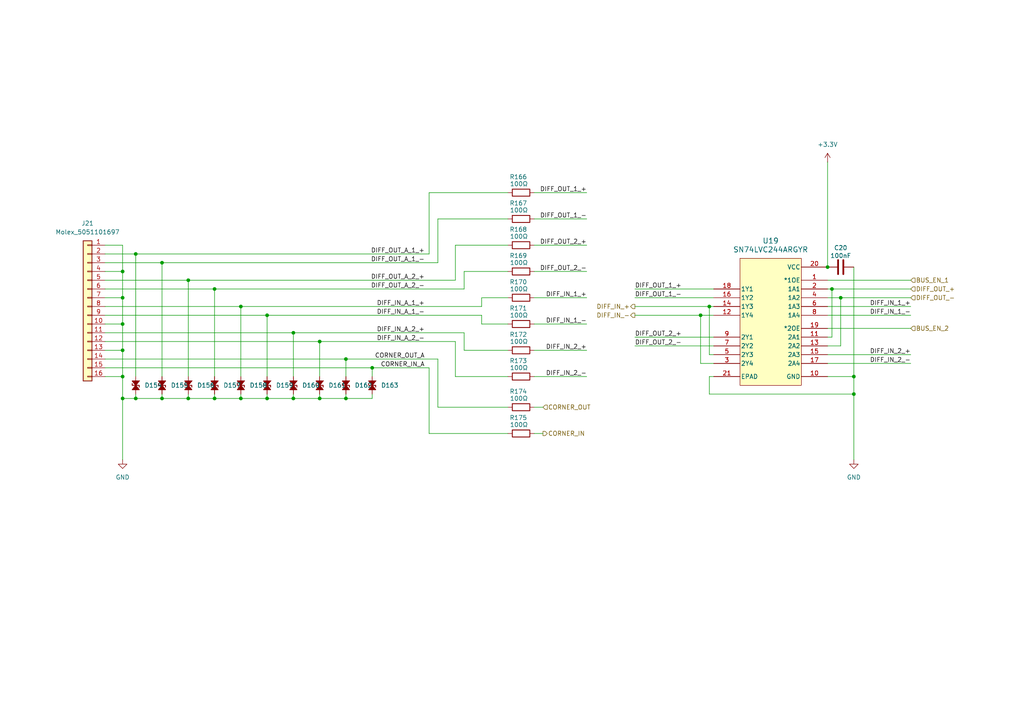
<source format=kicad_sch>
(kicad_sch (version 20250114) (generator "eeschema") (generator_version "9.0")
  (paper "A4")
  (title_block (title "Outer Panel Connector") (date "2025-08-04") (rev "REV A") (company "TamperSec") (comment 1 "Justin Newkirk"))
  (lib_symbols
    (symbol "Connector_Generic:Conn_01x16" (pin_names (offset 1.016) (hide yes))
      (property "Reference" "J" (at 0 20.32 0))
      (property "Value" "Conn_01x16" (at 0 -22.86 0))
      (symbol "Conn_01x16_1_1"
        (rectangle (start -1.27 19.05) (end 1.27 -21.59) (stroke (width 0.254)) (fill (type background)))
        (rectangle (start -1.27 17.907) (end 0 17.653) (stroke (width 0.1524)))
        (rectangle (start -1.27 15.367) (end 0 15.113) (stroke (width 0.1524)))
        (rectangle (start -1.27 12.827) (end 0 12.573) (stroke (width 0.1524)))
        (rectangle (start -1.27 10.287) (end 0 10.033) (stroke (width 0.1524)))
        (rectangle (start -1.27 7.747) (end 0 7.493) (stroke (width 0.1524)))
        (rectangle (start -1.27 5.207) (end 0 4.953) (stroke (width 0.1524)))
        (rectangle (start -1.27 2.667) (end 0 2.413) (stroke (width 0.1524)))
        (rectangle (start -1.27 0.127) (end 0 -0.127) (stroke (width 0.1524)))
        (rectangle (start -1.27 -2.413) (end 0 -2.667) (stroke (width 0.1524)))
        (rectangle (start -1.27 -4.953) (end 0 -5.207) (stroke (width 0.1524)))
        (rectangle (start -1.27 -7.493) (end 0 -7.747) (stroke (width 0.1524)))
        (rectangle (start -1.27 -10.033) (end 0 -10.287) (stroke (width 0.1524)))
        (rectangle (start -1.27 -12.573) (end 0 -12.827) (stroke (width 0.1524)))
        (rectangle (start -1.27 -15.113) (end 0 -15.367) (stroke (width 0.1524)))
        (rectangle (start -1.27 -17.653) (end 0 -17.907) (stroke (width 0.1524)))
        (rectangle (start -1.27 -20.193) (end 0 -20.447) (stroke (width 0.1524)))
        (pin passive line (at -5.08 17.78 0) (length 3.81) (name "Pin_1") (number "1"))
        (pin passive line (at -5.08 15.24 0) (length 3.81) (name "Pin_2") (number "2"))
        (pin passive line (at -5.08 12.7 0) (length 3.81) (name "Pin_3") (number "3"))
        (pin passive line (at -5.08 10.16 0) (length 3.81) (name "Pin_4") (number "4"))
        (pin passive line (at -5.08 7.62 0) (length 3.81) (name "Pin_5") (number "5"))
        (pin passive line (at -5.08 5.08 0) (length 3.81) (name "Pin_6") (number "6"))
        (pin passive line (at -5.08 2.54 0) (length 3.81) (name "Pin_7") (number "7"))
        (pin passive line (at -5.08 0 0) (length 3.81) (name "Pin_8") (number "8"))
        (pin passive line (at -5.08 -2.54 0) (length 3.81) (name "Pin_9") (number "9"))
        (pin passive line (at -5.08 -5.08 0) (length 3.81) (name "Pin_10") (number "10"))
        (pin passive line (at -5.08 -7.62 0) (length 3.81) (name "Pin_11") (number "11"))
        (pin passive line (at -5.08 -10.16 0) (length 3.81) (name "Pin_12") (number "12"))
        (pin passive line (at -5.08 -12.7 0) (length 3.81) (name "Pin_13") (number "13"))
        (pin passive line (at -5.08 -15.24 0) (length 3.81) (name "Pin_14") (number "14"))
        (pin passive line (at -5.08 -17.78 0) (length 3.81) (name "Pin_15") (number "15"))
        (pin passive line (at -5.08 -20.32 0) (length 3.81) (name "Pin_16") (number "16"))
      )
    )
    (symbol "Device:C" (pin_numbers (hide yes)) (pin_names (offset 0.254))
      (property "Reference" "C" (at 0.635 2.54 0))
      (property "Value" "C" (at 0.635 -2.54 0))
      (symbol "C_0_1"
        (polyline (pts (xy -2.032 0.762) (xy 2.032 0.762)) (stroke (width 0.508)))
        (polyline (pts (xy -2.032 -0.762) (xy 2.032 -0.762)) (stroke (width 0.508)))
      )
      (symbol "C_1_1"
        (pin passive line (at 0 3.81 270) (length 2.794) (name "~") (number "1"))
        (pin passive line (at 0 -3.81 90) (length 2.794) (name "~") (number "2"))
      )
    )
    (symbol "Device:D_TVS_Small_Filled" (pin_numbers (hide yes)) (pin_names (offset 1.016) (hide yes))
      (property "Reference" "D" (at 0 2.54 0))
      (property "Value" "D_TVS_Small_Filled" (at 0 -2.54 0))
      (symbol "D_TVS_Small_Filled_0_1"
        (polyline (pts (xy -1.27 0) (xy 1.27 0)))
        (polyline (pts (xy 0.508 1.016) (xy 0 1.016) (xy 0 -1.016) (xy -0.508 -1.016)) (stroke (width 0.254)))
      )
      (symbol "D_TVS_Small_Filled_1_1"
        (polyline (pts (xy -1.27 1.016) (xy -1.27 -1.016) (xy 0 0) (xy -1.27 1.016)) (stroke (width 0.254)) (fill (type outline)))
        (polyline (pts (xy 0 0) (xy 1.27 1.016) (xy 1.27 -1.016) (xy 0 0)) (stroke (width 0.254)) (fill (type outline)))
        (pin passive line (at -2.54 0 0) (length 1.27) (name "A1") (number "1"))
        (pin passive line (at 2.54 0 180) (length 1.27) (name "A2") (number "2"))
      )
    )
    (symbol "Device:R" (pin_numbers (hide yes)) (pin_names (offset 0))
      (property "Reference" "R" (at 2.032 0 90))
      (property "Value" "R" (at 0 0 90))
      (symbol "R_0_1"
        (rectangle (start -1.016 -2.54) (end 1.016 2.54) (stroke (width 0.254)))
      )
      (symbol "R_1_1"
        (pin passive line (at 0 3.81 270) (length 1.27) (name "~") (number "1"))
        (pin passive line (at 0 -3.81 90) (length 1.27) (name "~") (number "2"))
      )
    )
    (symbol "SN74LVC244ARGYR:SN74LVC244ARGYR" (pin_names (offset 0.254))
      (property "Reference" "U" (at 16.002 9.652 0))
      (property "Value" "SN74LVC244ARGYR" (at 16.002 7.112 0))
      (symbol "SN74LVC244ARGYR_0_1"
        (pin output line (at 0 -6.35 0) (length 7.62) (name "1Y2") (number "16"))
        (pin output line (at 0 -8.89 0) (length 7.62) (name "1Y3") (number "14"))
        (pin output line (at 0 -11.43 0) (length 7.62) (name "1Y4") (number "12"))
        (pin output line (at 0 -17.78 0) (length 7.62) (name "2Y1") (number "9"))
        (pin output line (at 0 -20.32 0) (length 7.62) (name "2Y2") (number "7"))
        (pin output line (at 0 -22.86 0) (length 7.62) (name "2Y3") (number "5"))
        (pin output line (at 0 -25.4 0) (length 7.62) (name "2Y4") (number "3"))
        (pin unspecified line (at 0 -29.21 0) (length 7.62) (name "EPAD") (number "21"))
        (pin power_in line (at 33.02 2.54 180) (length 7.62) (name "VCC") (number "20"))
        (pin input line (at 33.02 -1.27 180) (length 7.62) (name "*1OE") (number "1"))
        (pin input line (at 33.02 -3.81 180) (length 7.62) (name "1A1") (number "2"))
        (pin input line (at 33.02 -6.35 180) (length 7.62) (name "1A2") (number "4"))
        (pin input line (at 33.02 -8.89 180) (length 7.62) (name "1A3") (number "6"))
        (pin input line (at 33.02 -11.43 180) (length 7.62) (name "1A4") (number "8"))
        (pin input line (at 33.02 -15.24 180) (length 7.62) (name "*2OE") (number "19"))
        (pin input line (at 33.02 -17.78 180) (length 7.62) (name "2A1") (number "11"))
        (pin input line (at 33.02 -20.32 180) (length 7.62) (name "2A2") (number "13"))
        (pin input line (at 33.02 -22.86 180) (length 7.62) (name "2A3") (number "15"))
        (pin input line (at 33.02 -25.4 180) (length 7.62) (name "2A4") (number "17"))
        (pin power_in line (at 33.02 -29.21 180) (length 7.62) (name "GND") (number "10"))
      )
      (symbol "SN74LVC244ARGYR_1_1"
        (rectangle (start 7.62 5.08) (end 25.4 -31.75) (fill (type background)))
        (pin output line (at 0 -3.81 0) (length 7.62) (name "1Y1") (number "18"))
      )
    )
    (symbol "power:+3.3V" (power) (pin_numbers (hide yes)) (pin_names (offset 0) (hide yes))
      (property "Value" "+3.3V" (at 0 3.556 0))
      (symbol "+3.3V_0_1"
        (polyline (pts (xy -0.762 1.27) (xy 0 2.54)))
        (polyline (pts (xy 0 2.54) (xy 0.762 1.27)))
        (polyline (pts (xy 0 0) (xy 0 2.54)))
      )
      (symbol "+3.3V_1_1"
        (pin power_in line (at 0 0 90) (length 0) (name "~") (number "1"))
      )
    )
    (symbol "power:GND" (power) (pin_numbers (hide yes)) (pin_names (offset 0) (hide yes))
      (property "Value" "GND" (at 0 -3.81 0))
      (symbol "GND_0_1"
        (polyline (pts (xy 0 0) (xy 0 -1.27) (xy 1.27 -1.27) (xy 0 -2.54) (xy -1.27 -1.27) (xy 0 -1.27)))
      )
      (symbol "GND_1_1"
        (pin power_in line (at 0 0 270) (length 0) (name "~") (number "1"))
      )
    )
  )
  (junction (at 85.09 96.52))
  (junction (at 247.65 114.3))
  (junction (at 35.56 101.6))
  (junction (at 39.37 115.57))
  (junction (at 92.71 115.57))
  (junction (at 107.95 106.68))
  (junction (at 35.56 78.74))
  (junction (at 69.85 88.9))
  (junction (at 35.56 93.98))
  (junction (at 77.47 91.44))
  (junction (at 100.33 115.57))
  (junction (at 243.84 86.36))
  (junction (at 85.09 115.57))
  (junction (at 240.03 77.47))
  (junction (at 92.71 99.06))
  (junction (at 62.23 83.82))
  (junction (at 77.47 115.57))
  (junction (at 247.65 109.22))
  (junction (at 62.23 115.57))
  (junction (at 35.56 86.36))
  (junction (at 54.61 81.28))
  (junction (at 46.99 115.57))
  (junction (at 35.56 115.57))
  (junction (at 203.2 91.44))
  (junction (at 35.56 109.22))
  (junction (at 241.3 83.82))
  (junction (at 54.61 115.57))
  (junction (at 39.37 73.66))
  (junction (at 46.99 76.2))
  (junction (at 69.85 115.57))
  (junction (at 205.74 88.9))
  (junction (at 100.33 104.14))
  (wire (pts (xy 205.74 88.9) (xy 207.01 88.9)))
  (wire (pts (xy 77.47 115.57) (xy 77.47 114.3)))
  (wire (pts (xy 35.56 78.74) (xy 35.56 86.36)))
  (wire (pts (xy 243.84 86.36) (xy 264.16 86.36)))
  (wire (pts (xy 100.33 104.14) (xy 127 104.14)))
  (wire (pts (xy 77.47 91.44) (xy 77.47 109.22)))
  (wire (pts (xy 205.74 114.3) (xy 247.65 114.3)))
  (wire (pts (xy 134.62 83.82) (xy 134.62 78.74)))
  (wire (pts (xy 139.7 91.44) (xy 139.7 93.98)))
  (wire (pts (xy 35.56 93.98) (xy 35.56 101.6)))
  (wire (pts (xy 100.33 115.57) (xy 100.33 114.3)))
  (wire (pts (xy 127 104.14) (xy 127 118.11)))
  (wire (pts (xy 30.48 101.6) (xy 35.56 101.6)))
  (wire (pts (xy 54.61 81.28) (xy 132.08 81.28)))
  (wire (pts (xy 205.74 109.22) (xy 205.74 114.3)))
  (wire (pts (xy 134.62 101.6) (xy 147.32 101.6)))
  (wire (pts (xy 170.18 101.6) (xy 154.94 101.6)))
  (wire (pts (xy 240.03 109.22) (xy 247.65 109.22)))
  (wire (pts (xy 39.37 115.57) (xy 46.99 115.57)))
  (wire (pts (xy 132.08 109.22) (xy 147.32 109.22)))
  (wire (pts (xy 170.18 55.88) (xy 154.94 55.88)))
  (wire (pts (xy 39.37 73.66) (xy 124.46 73.66)))
  (wire (pts (xy 35.56 71.12) (xy 35.56 78.74)))
  (wire (pts (xy 184.15 83.82) (xy 207.01 83.82)))
  (wire (pts (xy 184.15 86.36) (xy 207.01 86.36)))
  (wire (pts (xy 92.71 115.57) (xy 92.71 114.3)))
  (wire (pts (xy 139.7 93.98) (xy 147.32 93.98)))
  (wire (pts (xy 69.85 88.9) (xy 69.85 109.22)))
  (wire (pts (xy 203.2 91.44) (xy 207.01 91.44)))
  (wire (pts (xy 184.15 100.33) (xy 207.01 100.33)))
  (wire (pts (xy 139.7 88.9) (xy 139.7 86.36)))
  (wire (pts (xy 30.48 76.2) (xy 46.99 76.2)))
  (wire (pts (xy 205.74 102.87) (xy 207.01 102.87)))
  (wire (pts (xy 170.18 109.22) (xy 154.94 109.22)))
  (wire (pts (xy 243.84 86.36) (xy 243.84 100.33)))
  (wire (pts (xy 124.46 106.68) (xy 124.46 125.73)))
  (wire (pts (xy 170.18 86.36) (xy 154.94 86.36)))
  (wire (pts (xy 39.37 73.66) (xy 39.37 109.22)))
  (wire (pts (xy 54.61 81.28) (xy 54.61 109.22)))
  (wire (pts (xy 35.56 109.22) (xy 35.56 115.57)))
  (wire (pts (xy 170.18 78.74) (xy 154.94 78.74)))
  (wire (pts (xy 107.95 106.68) (xy 107.95 109.22)))
  (wire (pts (xy 35.56 86.36) (xy 35.56 93.98)))
  (wire (pts (xy 30.48 78.74) (xy 35.56 78.74)))
  (wire (pts (xy 240.03 97.79) (xy 241.3 97.79)))
  (wire (pts (xy 92.71 99.06) (xy 92.71 109.22)))
  (wire (pts (xy 157.48 118.11) (xy 154.94 118.11)))
  (wire (pts (xy 35.56 115.57) (xy 35.56 133.35)))
  (wire (pts (xy 30.48 109.22) (xy 35.56 109.22)))
  (wire (pts (xy 241.3 83.82) (xy 264.16 83.82)))
  (wire (pts (xy 77.47 115.57) (xy 85.09 115.57)))
  (wire (pts (xy 127 118.11) (xy 147.32 118.11)))
  (wire (pts (xy 124.46 73.66) (xy 124.46 55.88)))
  (wire (pts (xy 46.99 76.2) (xy 127 76.2)))
  (wire (pts (xy 54.61 115.57) (xy 54.61 114.3)))
  (wire (pts (xy 69.85 88.9) (xy 139.7 88.9)))
  (wire (pts (xy 30.48 88.9) (xy 69.85 88.9)))
  (wire (pts (xy 54.61 115.57) (xy 62.23 115.57)))
  (wire (pts (xy 77.47 91.44) (xy 139.7 91.44)))
  (wire (pts (xy 240.03 100.33) (xy 243.84 100.33)))
  (wire (pts (xy 124.46 125.73) (xy 147.32 125.73)))
  (wire (pts (xy 134.62 96.52) (xy 134.62 101.6)))
  (wire (pts (xy 107.95 106.68) (xy 124.46 106.68)))
  (wire (pts (xy 107.95 115.57) (xy 107.95 114.3)))
  (wire (pts (xy 240.03 95.25) (xy 264.16 95.25)))
  (wire (pts (xy 92.71 99.06) (xy 132.08 99.06)))
  (wire (pts (xy 241.3 83.82) (xy 241.3 97.79)))
  (wire (pts (xy 30.48 93.98) (xy 35.56 93.98)))
  (wire (pts (xy 247.65 77.47) (xy 247.65 109.22)))
  (wire (pts (xy 46.99 115.57) (xy 54.61 115.57)))
  (wire (pts (xy 240.03 102.87) (xy 264.16 102.87)))
  (wire (pts (xy 30.48 83.82) (xy 62.23 83.82)))
  (wire (pts (xy 100.33 104.14) (xy 100.33 109.22)))
  (wire (pts (xy 46.99 115.57) (xy 46.99 114.3)))
  (wire (pts (xy 240.03 46.99) (xy 240.03 77.47)))
  (wire (pts (xy 247.65 109.22) (xy 247.65 114.3)))
  (wire (pts (xy 240.03 88.9) (xy 264.16 88.9)))
  (wire (pts (xy 170.18 93.98) (xy 154.94 93.98)))
  (wire (pts (xy 205.74 88.9) (xy 205.74 102.87)))
  (wire (pts (xy 184.15 91.44) (xy 203.2 91.44)))
  (wire (pts (xy 62.23 83.82) (xy 62.23 109.22)))
  (wire (pts (xy 127 63.5) (xy 147.32 63.5)))
  (wire (pts (xy 170.18 71.12) (xy 154.94 71.12)))
  (wire (pts (xy 35.56 101.6) (xy 35.56 109.22)))
  (wire (pts (xy 69.85 115.57) (xy 77.47 115.57)))
  (wire (pts (xy 240.03 86.36) (xy 243.84 86.36)))
  (wire (pts (xy 184.15 88.9) (xy 205.74 88.9)))
  (wire (pts (xy 85.09 96.52) (xy 134.62 96.52)))
  (wire (pts (xy 30.48 71.12) (xy 35.56 71.12)))
  (wire (pts (xy 132.08 99.06) (xy 132.08 109.22)))
  (wire (pts (xy 203.2 105.41) (xy 207.01 105.41)))
  (wire (pts (xy 139.7 86.36) (xy 147.32 86.36)))
  (wire (pts (xy 240.03 81.28) (xy 264.16 81.28)))
  (wire (pts (xy 240.03 105.41) (xy 264.16 105.41)))
  (wire (pts (xy 240.03 83.82) (xy 241.3 83.82)))
  (wire (pts (xy 62.23 115.57) (xy 69.85 115.57)))
  (wire (pts (xy 62.23 115.57) (xy 62.23 114.3)))
  (wire (pts (xy 30.48 86.36) (xy 35.56 86.36)))
  (wire (pts (xy 30.48 104.14) (xy 100.33 104.14)))
  (wire (pts (xy 62.23 83.82) (xy 134.62 83.82)))
  (wire (pts (xy 124.46 55.88) (xy 147.32 55.88)))
  (wire (pts (xy 100.33 115.57) (xy 107.95 115.57)))
  (wire (pts (xy 30.48 99.06) (xy 92.71 99.06)))
  (wire (pts (xy 30.48 106.68) (xy 107.95 106.68)))
  (wire (pts (xy 39.37 115.57) (xy 39.37 114.3)))
  (wire (pts (xy 127 76.2) (xy 127 63.5)))
  (wire (pts (xy 46.99 76.2) (xy 46.99 109.22)))
  (wire (pts (xy 132.08 81.28) (xy 132.08 71.12)))
  (wire (pts (xy 207.01 109.22) (xy 205.74 109.22)))
  (wire (pts (xy 30.48 81.28) (xy 54.61 81.28)))
  (wire (pts (xy 170.18 63.5) (xy 154.94 63.5)))
  (wire (pts (xy 30.48 96.52) (xy 85.09 96.52)))
  (wire (pts (xy 85.09 115.57) (xy 92.71 115.57)))
  (wire (pts (xy 30.48 73.66) (xy 39.37 73.66)))
  (wire (pts (xy 203.2 91.44) (xy 203.2 105.41)))
  (wire (pts (xy 30.48 91.44) (xy 77.47 91.44)))
  (wire (pts (xy 154.94 125.73) (xy 157.48 125.73)))
  (wire (pts (xy 132.08 71.12) (xy 147.32 71.12)))
  (wire (pts (xy 240.03 91.44) (xy 264.16 91.44)))
  (wire (pts (xy 134.62 78.74) (xy 147.32 78.74)))
  (wire (pts (xy 85.09 115.57) (xy 85.09 114.3)))
  (wire (pts (xy 69.85 115.57) (xy 69.85 114.3)))
  (wire (pts (xy 35.56 115.57) (xy 39.37 115.57)))
  (wire (pts (xy 92.71 115.57) (xy 100.33 115.57)))
  (wire (pts (xy 247.65 114.3) (xy 247.65 133.35)))
  (wire (pts (xy 85.09 96.52) (xy 85.09 109.22)))
  (wire (pts (xy 184.15 97.79) (xy 207.01 97.79)))
  (label "DIFF_IN_A_2_-" (at 123.19 99.06 180))
  (label "DIFF_OUT_2_-" (at 184.15 100.33 0))
  (label "DIFF_OUT_A_2_-" (at 123.19 83.82 180))
  (label "CORNER_OUT_A" (at 123.19 104.14 180))
  (label "DIFF_OUT_1_-" (at 170.18 63.5 180))
  (label "DIFF_OUT_1_-" (at 184.15 86.36 0))
  (label "DIFF_OUT_A_1_-" (at 123.19 76.2 180))
  (label "DIFF_IN_1_-" (at 264.16 91.44 180))
  (label "DIFF_OUT_2_+" (at 184.15 97.79 0))
  (label "DIFF_IN_A_1_-" (at 123.19 91.44 180))
  (label "DIFF_IN_2_+" (at 264.16 102.87 180))
  (label "DIFF_OUT_1_+" (at 170.18 55.88 180))
  (label "DIFF_IN_2_-" (at 264.16 105.41 180))
  (label "DIFF_OUT_A_2_+" (at 123.19 81.28 180))
  (label "DIFF_IN_1_+" (at 170.18 86.36 180))
  (label "DIFF_IN_A_2_+" (at 123.19 96.52 180))
  (label "DIFF_OUT_2_-" (at 170.18 78.74 180))
  (label "DIFF_IN_2_+" (at 170.18 101.6 180))
  (label "DIFF_IN_1_+" (at 264.16 88.9 180))
  (label "DIFF_IN_A_1_+" (at 123.19 88.9 180))
  (label "CORNER_IN_A" (at 123.19 106.68 180))
  (label "DIFF_OUT_A_1_+" (at 123.19 73.66 180))
  (label "DIFF_IN_1_-" (at 170.18 93.98 180))
  (label "DIFF_OUT_1_+" (at 184.15 83.82 0))
  (label "DIFF_IN_2_-" (at 170.18 109.22 180))
  (label "DIFF_OUT_2_+" (at 170.18 71.12 180))
  (hierarchical_label "DIFF_IN_-" (shape output) (at 184.15 91.44 180))
  (hierarchical_label "DIFF_IN_+" (shape output) (at 184.15 88.9 180))
  (hierarchical_label "DIFF_OUT_+" (shape input) (at 264.16 83.82 0))
  (hierarchical_label "CORNER_OUT" (shape input) (at 157.48 118.11 0))
  (hierarchical_label "DIFF_OUT_-" (shape input) (at 264.16 86.36 0))
  (hierarchical_label "BUS_EN_1" (shape input) (at 264.16 81.28 0))
  (hierarchical_label "CORNER_IN" (shape output) (at 157.48 125.73 0))
  (hierarchical_label "BUS_EN_2" (shape input) (at 264.16 95.25 0))
  (symbol (lib_id "Device:R") (at 151.13 109.22 90) (unit 1)
    (property "Reference" "R39" (at 152.908 104.648 90) (effects (justify left)))
    (property "Value" "100Ω" (at 153.162 106.68 90) (effects (justify left)))
    (property "Footprint" "Resistor_SMD:R_0201_0603Metric" (effects (hide yes)))
    (property "Datasheet" "https://jlcpcb.com/api/file/downloadByFileSystemAccessId/8589784670620848128" (effects (hide yes)))
    (property "Description" "Resistor" (effects (hide yes)))
    (property "JLCPCB Part #" "C270366" (effects (hide yes)))
    (property "Manufacturer Part #" "0201WMF1000TEE" (effects (hide yes)))
    (property "Status" "Extended" (effects (hide yes)))
    (instances (project "cerberus" (path "" (reference "R173") (unit 1)) (path "" (reference "R131") (unit 1)) (path "" (reference "R39") (unit 1)) (path "" (reference "R105") (unit 1)) (path "" (reference "R69") (unit 1)) (path "" (reference "R57") (unit 1))))
  )
  (symbol (lib_id "Device:R") (at 151.13 55.88 90) (unit 1)
    (property "Reference" "R30" (at 152.908 51.308 90) (effects (justify left)))
    (property "Value" "100Ω" (at 153.162 53.34 90) (effects (justify left)))
    (property "Footprint" "Resistor_SMD:R_0201_0603Metric" (effects (hide yes)))
    (property "Datasheet" "https://jlcpcb.com/api/file/downloadByFileSystemAccessId/8589784670620848128" (effects (hide yes)))
    (property "Description" "Resistor" (effects (hide yes)))
    (property "JLCPCB Part #" "C270366" (effects (hide yes)))
    (property "Manufacturer Part #" "0201WMF1000TEE" (effects (hide yes)))
    (property "Status" "Extended" (effects (hide yes)))
    (instances (project "cerberus" (path "" (reference "R166") (unit 1)) (path "" (reference "R124") (unit 1)) (path "" (reference "R30") (unit 1)) (path "" (reference "R98") (unit 1)) (path "" (reference "R61") (unit 1)) (path "" (reference "R82") (unit 1))))
  )
  (symbol (lib_id "Device:D_TVS_Small_Filled") (at 107.95 111.76 270) (unit 1)
    (property "Reference" "D33" (at 110.49 111.7599 90) (effects (justify left)))
    (property "Value" "H5VL10B" (effects (hide yes)))
    (property "Footprint" "Diode_SMD:D_SOD-882D" (effects (hide yes)))
    (property "Datasheet" "https://wmsc.lcsc.com/wmsc/upload/file/pdf/v2/lcsc/2306301553_hongjiacheng-H5VL10B_C7420372.pdf" (effects (hide yes)))
    (property "Description" "Bidirectional transient-voltage-suppression diode, small symbol, filled shape" (effects (hide yes)))
    (property "JLCPCB Part #" "C7420372" (effects (hide yes)))
    (property "Manufacturer Part #" "H5VL10B" (effects (hide yes)))
    (property "Status" "Preferred" (effects (hide yes)))
    (instances (project "cerberus" (path "" (reference "D163") (unit 1)) (path "" (reference "D121") (unit 1)) (path "" (reference "D33") (unit 1)) (path "" (reference "D103") (unit 1)) (path "" (reference "D69") (unit 1)) (path "" (reference "D67") (unit 1))))
  )
  (symbol (lib_id "Device:R") (at 151.13 86.36 90) (unit 1)
    (property "Reference" "R35" (at 152.908 81.788 90) (effects (justify left)))
    (property "Value" "100Ω" (at 153.162 83.82 90) (effects (justify left)))
    (property "Footprint" "Resistor_SMD:R_0201_0603Metric" (effects (hide yes)))
    (property "Datasheet" "https://jlcpcb.com/api/file/downloadByFileSystemAccessId/8589784670620848128" (effects (hide yes)))
    (property "Description" "Resistor" (effects (hide yes)))
    (property "JLCPCB Part #" "C270366" (effects (hide yes)))
    (property "Manufacturer Part #" "0201WMF1000TEE" (effects (hide yes)))
    (property "Status" "Extended" (effects (hide yes)))
    (instances (project "cerberus" (path "" (reference "R170") (unit 1)) (path "" (reference "R128") (unit 1)) (path "" (reference "R35") (unit 1)) (path "" (reference "R102") (unit 1)) (path "" (reference "R66") (unit 1)) (path "" (reference "R37") (unit 1))))
  )
  (symbol (lib_id "Device:R") (at 151.13 101.6 90) (unit 1)
    (property "Reference" "R38" (at 152.908 97.028 90) (effects (justify left)))
    (property "Value" "100Ω" (at 153.162 99.06 90) (effects (justify left)))
    (property "Footprint" "Resistor_SMD:R_0201_0603Metric" (effects (hide yes)))
    (property "Datasheet" "https://jlcpcb.com/api/file/downloadByFileSystemAccessId/8589784670620848128" (effects (hide yes)))
    (property "Description" "Resistor" (effects (hide yes)))
    (property "JLCPCB Part #" "C270366" (effects (hide yes)))
    (property "Manufacturer Part #" "0201WMF1000TEE" (effects (hide yes)))
    (property "Status" "Extended" (effects (hide yes)))
    (instances (project "cerberus" (path "" (reference "R172") (unit 1)) (path "" (reference "R130") (unit 1)) (path "" (reference "R38") (unit 1)) (path "" (reference "R104") (unit 1)) (path "" (reference "R68") (unit 1)) (path "" (reference "R50") (unit 1))))
  )
  (symbol (lib_id "Device:D_TVS_Small_Filled") (at 92.71 111.76 270) (unit 1)
    (property "Reference" "D31" (at 95.25 111.7599 90) (effects (justify left)))
    (property "Value" "H5VL10B" (effects (hide yes)))
    (property "Footprint" "Diode_SMD:D_SOD-882D" (effects (hide yes)))
    (property "Datasheet" "https://wmsc.lcsc.com/wmsc/upload/file/pdf/v2/lcsc/2306301553_hongjiacheng-H5VL10B_C7420372.pdf" (effects (hide yes)))
    (property "Description" "Bidirectional transient-voltage-suppression diode, small symbol, filled shape" (effects (hide yes)))
    (property "JLCPCB Part #" "C7420372" (effects (hide yes)))
    (property "Manufacturer Part #" "H5VL10B" (effects (hide yes)))
    (property "Status" "Preferred" (effects (hide yes)))
    (instances (project "cerberus" (path "" (reference "D161") (unit 1)) (path "" (reference "D119") (unit 1)) (path "" (reference "D31") (unit 1)) (path "" (reference "D101") (unit 1)) (path "" (reference "D57") (unit 1)) (path "" (reference "D65") (unit 1))))
  )
  (symbol (lib_id "Device:R") (at 151.13 71.12 90) (unit 1)
    (property "Reference" "R33" (at 152.908 66.548 90) (effects (justify left)))
    (property "Value" "100Ω" (at 153.162 68.58 90) (effects (justify left)))
    (property "Footprint" "Resistor_SMD:R_0201_0603Metric" (effects (hide yes)))
    (property "Datasheet" "https://jlcpcb.com/api/file/downloadByFileSystemAccessId/8589784670620848128" (effects (hide yes)))
    (property "Description" "Resistor" (effects (hide yes)))
    (property "JLCPCB Part #" "C270366" (effects (hide yes)))
    (property "Manufacturer Part #" "0201WMF1000TEE" (effects (hide yes)))
    (property "Status" "Extended" (effects (hide yes)))
    (instances (project "cerberus" (path "" (reference "R168") (unit 1)) (path "" (reference "R126") (unit 1)) (path "" (reference "R33") (unit 1)) (path "" (reference "R100") (unit 1)) (path "" (reference "R64") (unit 1)) (path "" (reference "R24") (unit 1))))
  )
  (symbol (lib_id "power:+3.3V") (at 240.03 46.99 0) (unit 1)
    (property "Reference" "#PWR021" (effects (hide yes)))
    (property "Value" "+3.3V" (at 240.03 41.91 0))
    (property "Description" "Power symbol creates a global label with name \"+3.3V\"" (effects (hide yes)))
    (instances (project "cerberus" (path "" (reference "#PWR063") (unit 1)) (path "" (reference "#PWR047") (unit 1)) (path "" (reference "#PWR021") (unit 1)) (path "" (reference "#PWR041") (unit 1)) (path "" (reference "#PWR032") (unit 1)) (path "" (reference "#PWR0102") (unit 1))))
  )
  (symbol (lib_id "SN74LVC244ARGYR:SN74LVC244ARGYR") (at 207.01 80.01 0) (unit 1)
    (property "Reference" "U5" (at 223.52 69.85 0) (effects (font (size 1.524 1.524))))
    (property "Value" "SN74LVC244ARGYR" (at 223.52 72.39 0) (effects (font (size 1.524 1.524))))
    (property "Footprint" "ul_SN74LVC244ARGYR:RGY20_3P05X2P05" (effects (hide yes)))
    (property "Datasheet" "https://www.ti.com/lit/gpn/sn74lvc244a" (effects (hide yes)))
    (property "JLCPCB Part #" "C2652127" (effects (hide yes)))
    (property "Manufacturer Part #" "SN74LVC244ARGYR" (effects (hide yes)))
    (property "Status" "Extended" (effects (hide yes)))
    (instances (project "cerberus" (path "" (reference "U19") (unit 1)) (path "" (reference "U14") (unit 1)) (path "" (reference "U5") (unit 1)) (path "" (reference "U12") (unit 1)) (path "" (reference "U8") (unit 1)) (path "" (reference "U10") (unit 1))))
  )
  (symbol (lib_id "Device:D_TVS_Small_Filled") (at 62.23 111.76 270) (unit 1)
    (property "Reference" "D27" (at 64.77 111.7599 90) (effects (justify left)))
    (property "Value" "H5VL10B" (effects (hide yes)))
    (property "Footprint" "Diode_SMD:D_SOD-882D" (effects (hide yes)))
    (property "Datasheet" "https://wmsc.lcsc.com/wmsc/upload/file/pdf/v2/lcsc/2306301553_hongjiacheng-H5VL10B_C7420372.pdf" (effects (hide yes)))
    (property "Description" "Bidirectional transient-voltage-suppression diode, small symbol, filled shape" (effects (hide yes)))
    (property "JLCPCB Part #" "C7420372" (effects (hide yes)))
    (property "Manufacturer Part #" "H5VL10B" (effects (hide yes)))
    (property "Status" "Preferred" (effects (hide yes)))
    (instances (project "cerberus" (path "" (reference "D157") (unit 1)) (path "" (reference "D115") (unit 1)) (path "" (reference "D27") (unit 1)) (path "" (reference "D97") (unit 1)) (path "" (reference "D53") (unit 1)) (path "" (reference "D61") (unit 1))))
  )
  (symbol (lib_id "Device:D_TVS_Small_Filled") (at 46.99 111.76 270) (unit 1)
    (property "Reference" "D25" (at 49.53 111.7599 90) (effects (justify left)))
    (property "Value" "H5VL10B" (effects (hide yes)))
    (property "Footprint" "Diode_SMD:D_SOD-882D" (effects (hide yes)))
    (property "Datasheet" "https://wmsc.lcsc.com/wmsc/upload/file/pdf/v2/lcsc/2306301553_hongjiacheng-H5VL10B_C7420372.pdf" (effects (hide yes)))
    (property "Description" "Bidirectional transient-voltage-suppression diode, small symbol, filled shape" (effects (hide yes)))
    (property "JLCPCB Part #" "C7420372" (effects (hide yes)))
    (property "Manufacturer Part #" "H5VL10B" (effects (hide yes)))
    (property "Status" "Preferred" (effects (hide yes)))
    (instances (project "cerberus" (path "" (reference "D155") (unit 1)) (path "" (reference "D113") (unit 1)) (path "" (reference "D25") (unit 1)) (path "" (reference "D95") (unit 1)) (path "" (reference "D51") (unit 1)) (path "" (reference "D59") (unit 1))))
  )
  (symbol (lib_id "Device:C") (at 243.84 77.47 270) (unit 1)
    (property "Reference" "C6" (at 243.84 71.882 90))
    (property "Value" "100nF" (at 243.84 74.168 90))
    (property "Footprint" "Capacitor_SMD:C_0201_0603Metric" (effects (hide yes)))
    (property "Datasheet" "https://www.lcsc.com/datasheet/lcsc_datasheet_2304140030_Samsung-Electro-Mechanics-CL03A104KP3NNNC_C49062.pdf" (effects (hide yes)))
    (property "Description" "Unpolarized capacitor" (effects (hide yes)))
    (property "JLCPCB Part #" "C49062" (effects (hide yes)))
    (property "Manufacturer Part #" "CL03A104KP3NNNC" (effects (hide yes)))
    (property "Status" "Extended" (effects (hide yes)))
    (instances (project "cerberus" (path "" (reference "C20") (unit 1)) (path "" (reference "C15") (unit 1)) (path "" (reference "C6") (unit 1)) (path "" (reference "C13") (unit 1)) (path "" (reference "C10") (unit 1)) (path "" (reference "C7") (unit 1))))
  )
  (symbol (lib_id "Device:D_TVS_Small_Filled") (at 39.37 111.76 270) (unit 1)
    (property "Reference" "D24" (at 41.91 111.7599 90) (effects (justify left)))
    (property "Value" "H5VL10B" (effects (hide yes)))
    (property "Footprint" "Diode_SMD:D_SOD-882D" (effects (hide yes)))
    (property "Datasheet" "https://wmsc.lcsc.com/wmsc/upload/file/pdf/v2/lcsc/2306301553_hongjiacheng-H5VL10B_C7420372.pdf" (effects (hide yes)))
    (property "Description" "Bidirectional transient-voltage-suppression diode, small symbol, filled shape" (effects (hide yes)))
    (property "JLCPCB Part #" "C7420372" (effects (hide yes)))
    (property "Manufacturer Part #" "H5VL10B" (effects (hide yes)))
    (property "Status" "Preferred" (effects (hide yes)))
    (instances (project "cerberus" (path "" (reference "D154") (unit 1)) (path "" (reference "D112") (unit 1)) (path "" (reference "D24") (unit 1)) (path "" (reference "D94") (unit 1)) (path "" (reference "D50") (unit 1)) (path "" (reference "D58") (unit 1))))
  )
  (symbol (lib_id "power:GND") (at 35.56 133.35 0) (unit 1)
    (property "Reference" "#PWR020" (effects (hide yes)))
    (property "Value" "GND" (at 35.56 138.43 0))
    (property "Description" "Power symbol creates a global label with name \"GND\" , ground" (effects (hide yes)))
    (instances (project "cerberus" (path "" (reference "#PWR062") (unit 1)) (path "" (reference "#PWR046") (unit 1)) (path "" (reference "#PWR020") (unit 1)) (path "" (reference "#PWR040") (unit 1)) (path "" (reference "#PWR031") (unit 1)) (path "" (reference "#PWR056") (unit 1))))
  )
  (symbol (lib_id "Device:R") (at 151.13 63.5 90) (unit 1)
    (property "Reference" "R32" (at 152.908 58.928 90) (effects (justify left)))
    (property "Value" "100Ω" (at 153.162 60.96 90) (effects (justify left)))
    (property "Footprint" "Resistor_SMD:R_0201_0603Metric" (effects (hide yes)))
    (property "Datasheet" "https://jlcpcb.com/api/file/downloadByFileSystemAccessId/8589784670620848128" (effects (hide yes)))
    (property "Description" "Resistor" (effects (hide yes)))
    (property "JLCPCB Part #" "C270366" (effects (hide yes)))
    (property "Manufacturer Part #" "0201WMF1000TEE" (effects (hide yes)))
    (property "Status" "Extended" (effects (hide yes)))
    (instances (project "cerberus" (path "" (reference "R167") (unit 1)) (path "" (reference "R125") (unit 1)) (path "" (reference "R32") (unit 1)) (path "" (reference "R99") (unit 1)) (path "" (reference "R62") (unit 1)) (path "" (reference "R18") (unit 1))))
  )
  (symbol (lib_id "Device:D_TVS_Small_Filled") (at 85.09 111.76 270) (unit 1)
    (property "Reference" "D30" (at 87.63 111.7599 90) (effects (justify left)))
    (property "Value" "H5VL10B" (effects (hide yes)))
    (property "Footprint" "Diode_SMD:D_SOD-882D" (effects (hide yes)))
    (property "Datasheet" "https://wmsc.lcsc.com/wmsc/upload/file/pdf/v2/lcsc/2306301553_hongjiacheng-H5VL10B_C7420372.pdf" (effects (hide yes)))
    (property "Description" "Bidirectional transient-voltage-suppression diode, small symbol, filled shape" (effects (hide yes)))
    (property "JLCPCB Part #" "C7420372" (effects (hide yes)))
    (property "Manufacturer Part #" "H5VL10B" (effects (hide yes)))
    (property "Status" "Preferred" (effects (hide yes)))
    (instances (project "cerberus" (path "" (reference "D160") (unit 1)) (path "" (reference "D118") (unit 1)) (path "" (reference "D30") (unit 1)) (path "" (reference "D100") (unit 1)) (path "" (reference "D56") (unit 1)) (path "" (reference "D64") (unit 1))))
  )
  (symbol (lib_id "Device:D_TVS_Small_Filled") (at 77.47 111.76 270) (unit 1)
    (property "Reference" "D29" (at 80.01 111.7599 90) (effects (justify left)))
    (property "Value" "H5VL10B" (effects (hide yes)))
    (property "Footprint" "Diode_SMD:D_SOD-882D" (effects (hide yes)))
    (property "Datasheet" "https://wmsc.lcsc.com/wmsc/upload/file/pdf/v2/lcsc/2306301553_hongjiacheng-H5VL10B_C7420372.pdf" (effects (hide yes)))
    (property "Description" "Bidirectional transient-voltage-suppression diode, small symbol, filled shape" (effects (hide yes)))
    (property "JLCPCB Part #" "C7420372" (effects (hide yes)))
    (property "Manufacturer Part #" "H5VL10B" (effects (hide yes)))
    (property "Status" "Preferred" (effects (hide yes)))
    (instances (project "cerberus" (path "" (reference "D159") (unit 1)) (path "" (reference "D117") (unit 1)) (path "" (reference "D29") (unit 1)) (path "" (reference "D99") (unit 1)) (path "" (reference "D55") (unit 1)) (path "" (reference "D63") (unit 1))))
  )
  (symbol (lib_id "Device:R") (at 151.13 78.74 90) (unit 1)
    (property "Reference" "R34" (at 152.908 74.168 90) (effects (justify left)))
    (property "Value" "100Ω" (at 153.162 76.2 90) (effects (justify left)))
    (property "Footprint" "Resistor_SMD:R_0201_0603Metric" (effects (hide yes)))
    (property "Datasheet" "https://jlcpcb.com/api/file/downloadByFileSystemAccessId/8589784670620848128" (effects (hide yes)))
    (property "Description" "Resistor" (effects (hide yes)))
    (property "JLCPCB Part #" "C270366" (effects (hide yes)))
    (property "Manufacturer Part #" "0201WMF1000TEE" (effects (hide yes)))
    (property "Status" "Extended" (effects (hide yes)))
    (instances (project "cerberus" (path "" (reference "R169") (unit 1)) (path "" (reference "R127") (unit 1)) (path "" (reference "R34") (unit 1)) (path "" (reference "R101") (unit 1)) (path "" (reference "R65") (unit 1)) (path "" (reference "R31") (unit 1))))
  )
  (symbol (lib_id "Device:D_TVS_Small_Filled") (at 69.85 111.76 270) (unit 1)
    (property "Reference" "D28" (at 72.39 111.7599 90) (effects (justify left)))
    (property "Value" "H5VL10B" (effects (hide yes)))
    (property "Footprint" "Diode_SMD:D_SOD-882D" (effects (hide yes)))
    (property "Datasheet" "https://wmsc.lcsc.com/wmsc/upload/file/pdf/v2/lcsc/2306301553_hongjiacheng-H5VL10B_C7420372.pdf" (effects (hide yes)))
    (property "Description" "Bidirectional transient-voltage-suppression diode, small symbol, filled shape" (effects (hide yes)))
    (property "JLCPCB Part #" "C7420372" (effects (hide yes)))
    (property "Manufacturer Part #" "H5VL10B" (effects (hide yes)))
    (property "Status" "Preferred" (effects (hide yes)))
    (instances (project "cerberus" (path "" (reference "D158") (unit 1)) (path "" (reference "D116") (unit 1)) (path "" (reference "D28") (unit 1)) (path "" (reference "D98") (unit 1)) (path "" (reference "D54") (unit 1)) (path "" (reference "D62") (unit 1))))
  )
  (symbol (lib_id "Device:R") (at 151.13 93.98 90) (unit 1)
    (property "Reference" "R36" (at 152.908 89.408 90) (effects (justify left)))
    (property "Value" "100Ω" (at 153.162 91.44 90) (effects (justify left)))
    (property "Footprint" "Resistor_SMD:R_0201_0603Metric" (effects (hide yes)))
    (property "Datasheet" "https://jlcpcb.com/api/file/downloadByFileSystemAccessId/8589784670620848128" (effects (hide yes)))
    (property "Description" "Resistor" (effects (hide yes)))
    (property "JLCPCB Part #" "C270366" (effects (hide yes)))
    (property "Manufacturer Part #" "0201WMF1000TEE" (effects (hide yes)))
    (property "Status" "Extended" (effects (hide yes)))
    (instances (project "cerberus" (path "" (reference "R171") (unit 1)) (path "" (reference "R129") (unit 1)) (path "" (reference "R36") (unit 1)) (path "" (reference "R103") (unit 1)) (path "" (reference "R67") (unit 1)) (path "" (reference "R44") (unit 1))))
  )
  (symbol (lib_id "Device:R") (at 151.13 125.73 90) (unit 1)
    (property "Reference" "R41" (at 152.908 121.158 90) (effects (justify left)))
    (property "Value" "100Ω" (at 153.162 123.19 90) (effects (justify left)))
    (property "Footprint" "Resistor_SMD:R_0201_0603Metric" (effects (hide yes)))
    (property "Datasheet" "https://jlcpcb.com/api/file/downloadByFileSystemAccessId/8589784670620848128" (effects (hide yes)))
    (property "Description" "Resistor" (effects (hide yes)))
    (property "JLCPCB Part #" "C270366" (effects (hide yes)))
    (property "Manufacturer Part #" "0201WMF1000TEE" (effects (hide yes)))
    (property "Status" "Extended" (effects (hide yes)))
    (instances (project "cerberus" (path "" (reference "R175") (unit 1)) (path "" (reference "R133") (unit 1)) (path "" (reference "R41") (unit 1)) (path "" (reference "R107") (unit 1)) (path "" (reference "R80") (unit 1)) (path "" (reference "R70") (unit 1))))
  )
  (symbol (lib_id "Device:D_TVS_Small_Filled") (at 54.61 111.76 270) (unit 1)
    (property "Reference" "D26" (at 57.15 111.7599 90) (effects (justify left)))
    (property "Value" "H5VL10B" (effects (hide yes)))
    (property "Footprint" "Diode_SMD:D_SOD-882D" (effects (hide yes)))
    (property "Datasheet" "https://wmsc.lcsc.com/wmsc/upload/file/pdf/v2/lcsc/2306301553_hongjiacheng-H5VL10B_C7420372.pdf" (effects (hide yes)))
    (property "Description" "Bidirectional transient-voltage-suppression diode, small symbol, filled shape" (effects (hide yes)))
    (property "JLCPCB Part #" "C7420372" (effects (hide yes)))
    (property "Manufacturer Part #" "H5VL10B" (effects (hide yes)))
    (property "Status" "Preferred" (effects (hide yes)))
    (instances (project "cerberus" (path "" (reference "D156") (unit 1)) (path "" (reference "D114") (unit 1)) (path "" (reference "D26") (unit 1)) (path "" (reference "D96") (unit 1)) (path "" (reference "D52") (unit 1)) (path "" (reference "D60") (unit 1))))
  )
  (symbol (lib_id "Connector_Generic:Conn_01x16") (at 25.4 88.9 0) (mirror y) (unit 1)
    (property "Reference" "J5" (at 25.4 64.77 0))
    (property "Value" "Molex_5051101697" (at 25.4 67.31 0))
    (property "Footprint" "ul_5051101697:CON_5051101697_MOL" (effects (hide yes)))
    (property "Description" "Generic connector, single row, 01x16, script generated (kicad-library-utils/schlib/autogen/connector/)" (effects (hide yes)))
    (instances (project "cerberus" (path "" (reference "J21") (unit 1)) (path "" (reference "J16") (unit 1)) (path "" (reference "J5") (unit 1)) (path "" (reference "J14") (unit 1)) (path "" (reference "J9") (unit 1)) (path "" (reference "J8") (unit 1))))
  )
  (symbol (lib_id "power:GND") (at 247.65 133.35 0) (unit 1)
    (property "Reference" "#PWR023" (effects (hide yes)))
    (property "Value" "GND" (at 247.65 138.43 0))
    (property "Description" "Power symbol creates a global label with name \"GND\" , ground" (effects (hide yes)))
    (instances (project "cerberus" (path "" (reference "#PWR064") (unit 1)) (path "" (reference "#PWR048") (unit 1)) (path "" (reference "#PWR023") (unit 1)) (path "" (reference "#PWR042") (unit 1)) (path "" (reference "#PWR033") (unit 1)) (path "" (reference "#PWR0101") (unit 1))))
  )
  (symbol (lib_id "Device:D_TVS_Small_Filled") (at 100.33 111.76 270) (unit 1)
    (property "Reference" "D32" (at 102.87 111.7599 90) (effects (justify left)))
    (property "Value" "H5VL10B" (effects (hide yes)))
    (property "Footprint" "Diode_SMD:D_SOD-882D" (effects (hide yes)))
    (property "Datasheet" "https://wmsc.lcsc.com/wmsc/upload/file/pdf/v2/lcsc/2306301553_hongjiacheng-H5VL10B_C7420372.pdf" (effects (hide yes)))
    (property "Description" "Bidirectional transient-voltage-suppression diode, small symbol, filled shape" (effects (hide yes)))
    (property "JLCPCB Part #" "C7420372" (effects (hide yes)))
    (property "Manufacturer Part #" "H5VL10B" (effects (hide yes)))
    (property "Status" "Preferred" (effects (hide yes)))
    (instances (project "cerberus" (path "" (reference "D162") (unit 1)) (path "" (reference "D120") (unit 1)) (path "" (reference "D32") (unit 1)) (path "" (reference "D102") (unit 1)) (path "" (reference "D68") (unit 1)) (path "" (reference "D66") (unit 1))))
  )
  (symbol (lib_id "Device:R") (at 151.13 118.11 90) (unit 1)
    (property "Reference" "R40" (at 152.908 113.538 90) (effects (justify left)))
    (property "Value" "100Ω" (at 153.162 115.57 90) (effects (justify left)))
    (property "Footprint" "Resistor_SMD:R_0201_0603Metric" (effects (hide yes)))
    (property "Datasheet" "https://jlcpcb.com/api/file/downloadByFileSystemAccessId/8589784670620848128" (effects (hide yes)))
    (property "Description" "Resistor" (effects (hide yes)))
    (property "JLCPCB Part #" "C270366" (effects (hide yes)))
    (property "Manufacturer Part #" "0201WMF1000TEE" (effects (hide yes)))
    (property "Status" "Extended" (effects (hide yes)))
    (instances (project "cerberus" (path "" (reference "R174") (unit 1)) (path "" (reference "R132") (unit 1)) (path "" (reference "R40") (unit 1)) (path "" (reference "R106") (unit 1)) (path "" (reference "R79") (unit 1)) (path "" (reference "R63") (unit 1))))
  )
)
</source>
